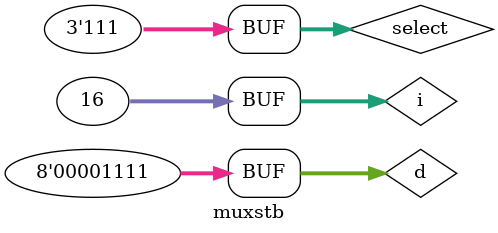
<source format=v>
`include "muxs.v"
module muxstb;

reg[7:0] d;
reg[2:0] select;
wire     q;

integer  i;



initial begin
   #1 $monitor("d = %b", d, "  |  select = ", select, "  |  q = ", q );

   for( i = 0; i <= 15; i = i + 1)
   begin
      d = i;
      select = 0;  #1;
      select = 1;  #1;
      select = 2;  #1;
      select = 3;  #1;
	  select = 4;  #1;
	  select = 5;  #1;
	  select = 6;  #1;
	  select = 7;  #1;
      $display("-----------------------------------------");
    end
end

muxs mymux( select, d, q );
endmodule

</source>
